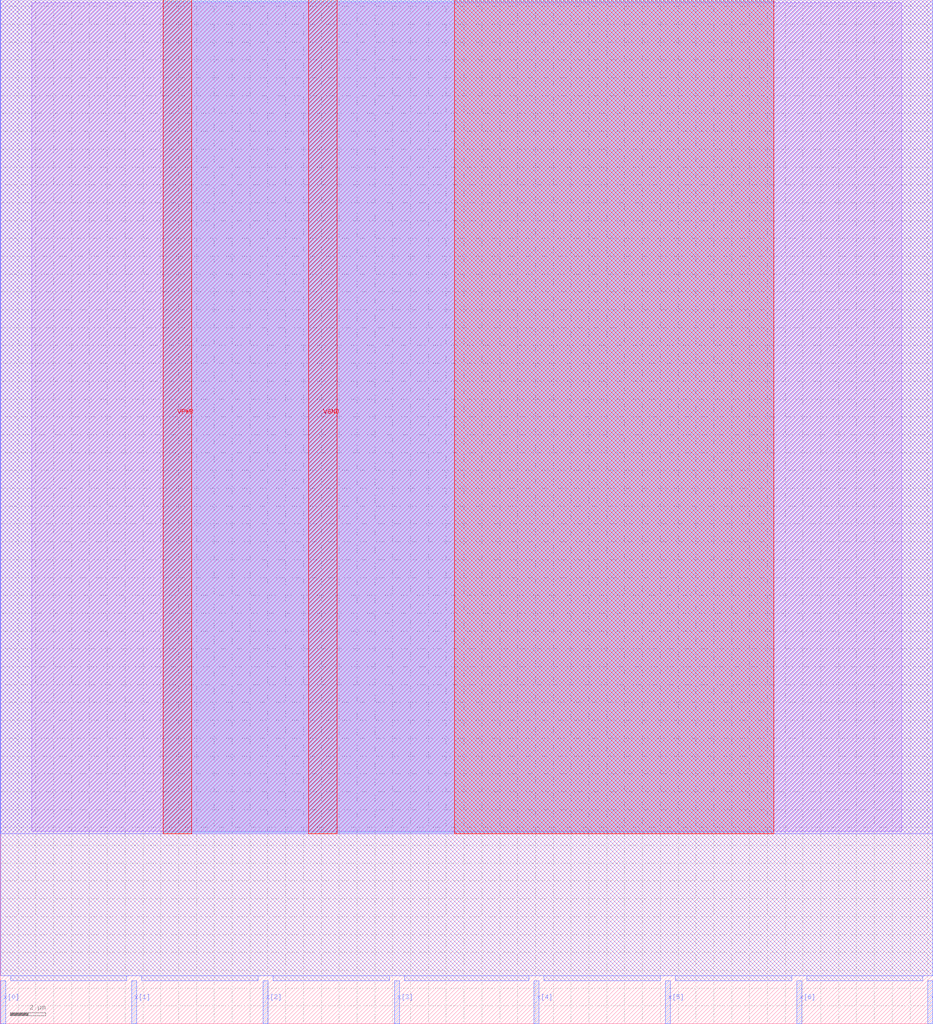
<source format=lef>
VERSION 5.7 ;
  NOWIREEXTENSIONATPIN ON ;
  DIVIDERCHAR "/" ;
  BUSBITCHARS "[]" ;
MACRO tie_array
  CLASS BLOCK ;
  FOREIGN tie_array ;
  ORIGIN 0.000 0.000 ;
  SIZE 52.300 BY 57.360 ;
  PIN x[0]
    DIRECTION OUTPUT TRISTATE ;
    PORT
      LAYER met2 ;
        RECT 0.020 0.000 0.300 2.400 ;
    END
  END x[0]
  PIN x[1]
    DIRECTION OUTPUT TRISTATE ;
    PORT
      LAYER met2 ;
        RECT 7.380 0.000 7.660 2.400 ;
    END
  END x[1]
  PIN x[2]
    DIRECTION OUTPUT TRISTATE ;
    PORT
      LAYER met2 ;
        RECT 14.740 0.000 15.020 2.400 ;
    END
  END x[2]
  PIN x[3]
    DIRECTION OUTPUT TRISTATE ;
    PORT
      LAYER met2 ;
        RECT 22.100 0.000 22.380 2.400 ;
    END
  END x[3]
  PIN x[4]
    DIRECTION OUTPUT TRISTATE ;
    PORT
      LAYER met2 ;
        RECT 29.920 0.000 30.200 2.400 ;
    END
  END x[4]
  PIN x[5]
    DIRECTION OUTPUT TRISTATE ;
    PORT
      LAYER met2 ;
        RECT 37.280 0.000 37.560 2.400 ;
    END
  END x[5]
  PIN x[6]
    DIRECTION OUTPUT TRISTATE ;
    PORT
      LAYER met2 ;
        RECT 44.640 0.000 44.920 2.400 ;
    END
  END x[6]
  PIN x[7]
    DIRECTION OUTPUT TRISTATE ;
    PORT
      LAYER met2 ;
        RECT 52.000 0.000 52.280 2.400 ;
    END
  END x[7]
  PIN VPWR
    DIRECTION INPUT ;
    USE POWER ;
    PORT
      LAYER met4 ;
        RECT 9.130 10.640 10.730 57.360 ;
    END
  END VPWR
  PIN VGND
    DIRECTION INPUT ;
    USE GROUND ;
    PORT
      LAYER met4 ;
        RECT 17.290 10.640 18.890 57.360 ;
    END
  END VGND
  OBS
      LAYER li1 ;
        RECT 1.770 10.795 50.530 57.205 ;
      LAYER met1 ;
        RECT 0.000 10.640 52.300 57.360 ;
      LAYER met2 ;
        RECT 0.030 2.680 52.270 57.360 ;
        RECT 0.580 2.400 7.100 2.680 ;
        RECT 7.940 2.400 14.460 2.680 ;
        RECT 15.300 2.400 21.820 2.680 ;
        RECT 22.660 2.400 29.640 2.680 ;
        RECT 30.480 2.400 37.000 2.680 ;
        RECT 37.840 2.400 44.360 2.680 ;
        RECT 45.200 2.400 51.720 2.680 ;
      LAYER met3 ;
        RECT 9.130 10.715 43.370 57.285 ;
      LAYER met4 ;
        RECT 25.450 10.640 43.370 57.360 ;
  END
END tie_array
END LIBRARY


</source>
